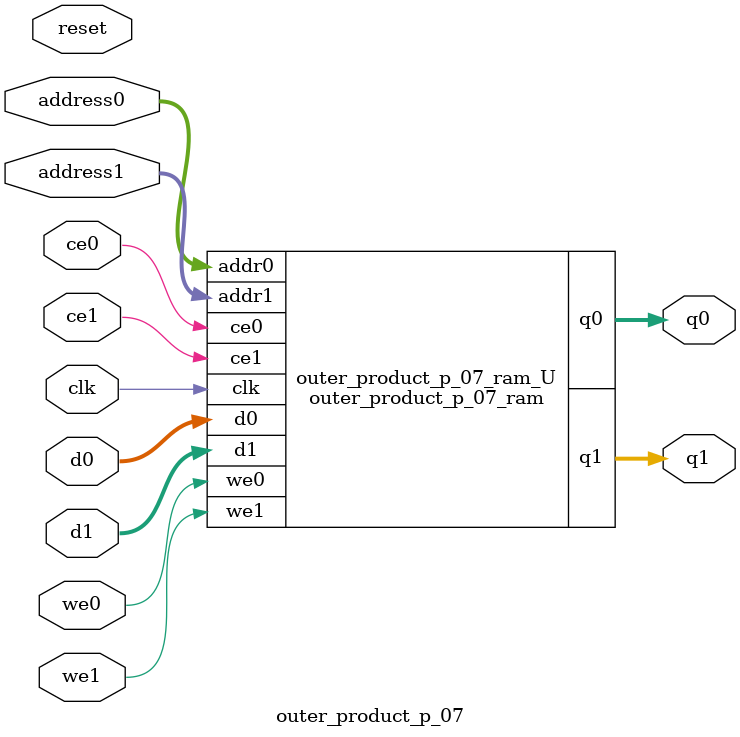
<source format=v>
`timescale 1 ns / 1 ps
module outer_product_p_07_ram (addr0, ce0, d0, we0, q0, addr1, ce1, d1, we1, q1,  clk);

parameter DWIDTH = 32;
parameter AWIDTH = 3;
parameter MEM_SIZE = 5;

input[AWIDTH-1:0] addr0;
input ce0;
input[DWIDTH-1:0] d0;
input we0;
output reg[DWIDTH-1:0] q0;
input[AWIDTH-1:0] addr1;
input ce1;
input[DWIDTH-1:0] d1;
input we1;
output reg[DWIDTH-1:0] q1;
input clk;

(* ram_style = "block" *)reg [DWIDTH-1:0] ram[0:MEM_SIZE-1];




always @(posedge clk)  
begin 
    if (ce0) 
    begin
        if (we0) 
        begin 
            ram[addr0] <= d0; 
        end 
        q0 <= ram[addr0];
    end
end


always @(posedge clk)  
begin 
    if (ce1) 
    begin
        if (we1) 
        begin 
            ram[addr1] <= d1; 
        end 
        q1 <= ram[addr1];
    end
end


endmodule

`timescale 1 ns / 1 ps
module outer_product_p_07(
    reset,
    clk,
    address0,
    ce0,
    we0,
    d0,
    q0,
    address1,
    ce1,
    we1,
    d1,
    q1);

parameter DataWidth = 32'd32;
parameter AddressRange = 32'd5;
parameter AddressWidth = 32'd3;
input reset;
input clk;
input[AddressWidth - 1:0] address0;
input ce0;
input we0;
input[DataWidth - 1:0] d0;
output[DataWidth - 1:0] q0;
input[AddressWidth - 1:0] address1;
input ce1;
input we1;
input[DataWidth - 1:0] d1;
output[DataWidth - 1:0] q1;



outer_product_p_07_ram outer_product_p_07_ram_U(
    .clk( clk ),
    .addr0( address0 ),
    .ce0( ce0 ),
    .we0( we0 ),
    .d0( d0 ),
    .q0( q0 ),
    .addr1( address1 ),
    .ce1( ce1 ),
    .we1( we1 ),
    .d1( d1 ),
    .q1( q1 ));

endmodule


</source>
